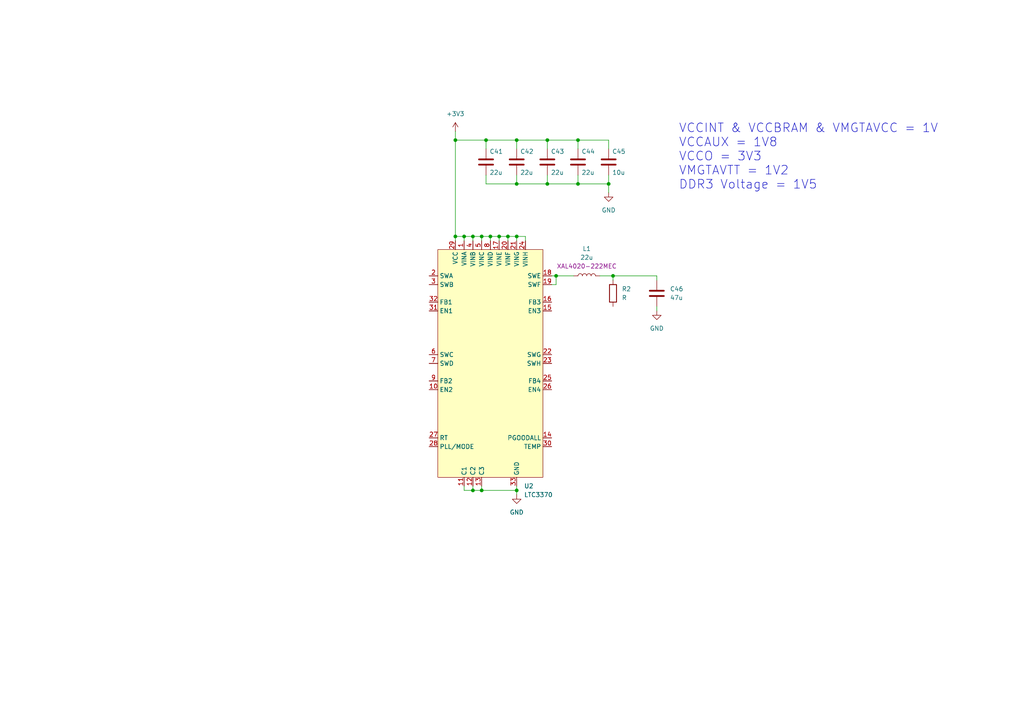
<source format=kicad_sch>
(kicad_sch (version 20250114) (generator "eeschema") (generator_version "9.0")
  (paper "A4")
  (lib_symbols
    (symbol "Device:C" (pin_numbers (hide yes)) (pin_names (offset 0.254))
      (property "Reference" "C" (at 0.635 2.54 0))
      (property "Value" "C" (at 0.635 -2.54 0))
      (symbol "C_0_1"
        (polyline (pts (xy -2.032 0.762) (xy 2.032 0.762)) (stroke (width 0.508)))
        (polyline (pts (xy -2.032 -0.762) (xy 2.032 -0.762)) (stroke (width 0.508)))
      )
      (symbol "C_1_1"
        (pin passive line (at 0 3.81 270) (length 2.794) (name "~") (number "1"))
        (pin passive line (at 0 -3.81 90) (length 2.794) (name "~") (number "2"))
      )
    )
    (symbol "Device:L" (pin_numbers (hide yes)) (pin_names (offset 1.016) (hide yes))
      (property "Reference" "L" (at -1.27 0 90))
      (property "Value" "L" (at 1.905 0 90))
      (symbol "L_0_1"
        (arc (start 0 2.54) (mid 0.6323 1.905) (end 0 1.27))
        (arc (start 0 1.27) (mid 0.6323 0.635) (end 0 0))
        (arc (start 0 0) (mid 0.6323 -0.635) (end 0 -1.27))
        (arc (start 0 -1.27) (mid 0.6323 -1.905) (end 0 -2.54))
      )
      (symbol "L_1_1"
        (pin passive line (at 0 3.81 270) (length 1.27) (name "1") (number "1"))
        (pin passive line (at 0 -3.81 90) (length 1.27) (name "2") (number "2"))
      )
    )
    (symbol "Device:R" (pin_numbers (hide yes)) (pin_names (offset 0))
      (property "Reference" "R" (at 2.032 0 90))
      (property "Value" "R" (at 0 0 90))
      (symbol "R_0_1"
        (rectangle (start -1.016 -2.54) (end 1.016 2.54) (stroke (width 0.254)))
      )
      (symbol "R_1_1"
        (pin passive line (at 0 3.81 270) (length 1.27) (name "~") (number "1"))
        (pin passive line (at 0 -3.81 90) (length 1.27) (name "~") (number "2"))
      )
    )
    (symbol "FPGA Accelerator:LTC3370"
      (property "Reference" "U" (at 0 48.26 0))
      (property "Value" "LTC3370" (at 0.254 45.466 0))
      (symbol "LTC3370_0_1"
        (rectangle (start -15.24 20.32) (end 15.24 -45.72) (fill (type background)))
        (pin unspecified line (at -17.78 12.7 0) (length 2.54) (name "SWA") (number "2"))
        (pin unspecified line (at -17.78 10.16 0) (length 2.54) (name "SWB") (number "3"))
        (pin unspecified line (at -17.78 5.08 0) (length 2.54) (name "FB1") (number "32"))
        (pin unspecified line (at -17.78 2.54 0) (length 2.54) (name "EN1") (number "31"))
        (pin unspecified line (at -17.78 -10.16 0) (length 2.54) (name "SWC") (number "6"))
        (pin unspecified line (at -17.78 -12.7 0) (length 2.54) (name "SWD") (number "7"))
        (pin unspecified line (at -17.78 -17.78 0) (length 2.54) (name "FB2") (number "9"))
        (pin unspecified line (at -17.78 -20.32 0) (length 2.54) (name "EN2") (number "10"))
        (pin unspecified line (at -17.78 -34.29 0) (length 2.54) (name "RT") (number "27"))
        (pin unspecified line (at -17.78 -36.83 0) (length 2.54) (name "PLL/MODE") (number "28"))
        (pin unspecified line (at -10.16 22.86 270) (length 2.54) (name "VCC") (number "29"))
        (pin unspecified line (at -7.62 -48.26 90) (length 2.54) (name "C1") (number "11"))
        (pin unspecified line (at -5.08 22.86 270) (length 2.54) (name "VINB") (number "4"))
        (pin unspecified line (at -5.08 -48.26 90) (length 2.54) (name "C2") (number "12"))
        (pin unspecified line (at -2.54 22.86 270) (length 2.54) (name "VINC") (number "5"))
        (pin unspecified line (at -2.54 -48.26 90) (length 2.54) (name "C3") (number "13"))
        (pin unspecified line (at 0 22.86 270) (length 2.54) (name "VIND") (number "8"))
        (pin unspecified line (at 2.54 22.86 270) (length 2.54) (name "VINE") (number "17"))
        (pin unspecified line (at 5.08 22.86 270) (length 2.54) (name "VINF") (number "20"))
        (pin unspecified line (at 7.62 22.86 270) (length 2.54) (name "VING") (number "21"))
        (pin unspecified line (at 10.16 22.86 270) (length 2.54) (name "VINH") (number "24"))
        (pin unspecified line (at 17.78 12.7 180) (length 2.54) (name "SWE") (number "18"))
        (pin unspecified line (at 17.78 10.16 180) (length 2.54) (name "SWF") (number "19"))
        (pin unspecified line (at 17.78 5.08 180) (length 2.54) (name "FB3") (number "16"))
        (pin unspecified line (at 17.78 2.54 180) (length 2.54) (name "EN3") (number "15"))
        (pin unspecified line (at 17.78 -10.16 180) (length 2.54) (name "SWG") (number "22"))
        (pin unspecified line (at 17.78 -12.7 180) (length 2.54) (name "SWH") (number "23"))
        (pin unspecified line (at 17.78 -17.78 180) (length 2.54) (name "FB4") (number "25"))
        (pin unspecified line (at 17.78 -20.32 180) (length 2.54) (name "EN4") (number "26"))
        (pin unspecified line (at 17.78 -34.29 180) (length 2.54) (name "PGOODALL") (number "14"))
        (pin unspecified line (at 17.78 -36.83 180) (length 2.54) (name "TEMP") (number "30"))
      )
      (symbol "LTC3370_1_1"
        (pin unspecified line (at -7.62 22.86 270) (length 2.54) (name "VINA") (number "1"))
        (pin unspecified line (at 7.62 -48.26 90) (length 2.54) (name "GND") (number "33"))
      )
    )
    (symbol "power:+3V3" (power) (pin_numbers (hide yes)) (pin_names (offset 0) (hide yes))
      (property "Value" "+3V3" (at 0 3.556 0))
      (symbol "+3V3_0_1"
        (polyline (pts (xy -0.762 1.27) (xy 0 2.54)))
        (polyline (pts (xy 0 2.54) (xy 0.762 1.27)))
        (polyline (pts (xy 0 0) (xy 0 2.54)))
      )
      (symbol "+3V3_1_1"
        (pin power_in line (at 0 0 90) (length 0) (name "~") (number "1"))
      )
    )
    (symbol "power:GND" (power) (pin_numbers (hide yes)) (pin_names (offset 0) (hide yes))
      (property "Value" "GND" (at 0 -3.81 0))
      (symbol "GND_0_1"
        (polyline (pts (xy 0 0) (xy 0 -1.27) (xy 1.27 -1.27) (xy 0 -2.54) (xy -1.27 -1.27) (xy 0 -1.27)))
      )
      (symbol "GND_1_1"
        (pin power_in line (at 0 0 270) (length 0) (name "~") (number "1"))
      )
    )
  )
  (text "VCCINT & VCCBRAM & VMGTAVCC = 1V\nVCCAUX = 1V8\nVCCO = 3V3\nVMGTAVTT = 1V2\nDDR3 Voltage = 1V5" (at 196.85 45.466 0) (effects (font (size 2.54 2.54)) (justify left)))
  (junction (at 176.53 53.34))
  (junction (at 137.16 142.24))
  (junction (at 158.75 53.34))
  (junction (at 149.86 53.34))
  (junction (at 161.29 80.01))
  (junction (at 147.32 68.58))
  (junction (at 167.64 53.34))
  (junction (at 149.86 142.24))
  (junction (at 140.97 40.64))
  (junction (at 158.75 40.64))
  (junction (at 167.64 40.64))
  (junction (at 132.08 40.64))
  (junction (at 139.7 142.24))
  (junction (at 134.62 68.58))
  (junction (at 177.8 80.01))
  (junction (at 144.78 68.58))
  (junction (at 139.7 68.58))
  (junction (at 137.16 68.58))
  (junction (at 149.86 40.64))
  (junction (at 149.86 68.58))
  (junction (at 142.24 68.58))
  (junction (at 132.08 68.58))
  (wire (pts (xy 149.86 68.58) (xy 152.4 68.58)))
  (wire (pts (xy 132.08 68.58) (xy 132.08 69.85)))
  (wire (pts (xy 139.7 140.97) (xy 139.7 142.24)))
  (wire (pts (xy 144.78 68.58) (xy 142.24 68.58)))
  (wire (pts (xy 149.86 140.97) (xy 149.86 142.24)))
  (wire (pts (xy 132.08 38.1) (xy 132.08 40.64)))
  (wire (pts (xy 132.08 40.64) (xy 132.08 68.58)))
  (wire (pts (xy 158.75 53.34) (xy 158.75 50.8)))
  (wire (pts (xy 149.86 53.34) (xy 149.86 50.8)))
  (wire (pts (xy 149.86 40.64) (xy 149.86 43.18)))
  (wire (pts (xy 149.86 143.51) (xy 149.86 142.24)))
  (wire (pts (xy 144.78 68.58) (xy 147.32 68.58)))
  (wire (pts (xy 161.29 80.01) (xy 161.29 82.55)))
  (wire (pts (xy 134.62 68.58) (xy 134.62 69.85)))
  (wire (pts (xy 139.7 68.58) (xy 139.7 69.85)))
  (wire (pts (xy 147.32 68.58) (xy 147.32 69.85)))
  (wire (pts (xy 137.16 68.58) (xy 137.16 69.85)))
  (wire (pts (xy 149.86 53.34) (xy 140.97 53.34)))
  (wire (pts (xy 177.8 81.28) (xy 177.8 80.01)))
  (wire (pts (xy 147.32 68.58) (xy 149.86 68.58)))
  (wire (pts (xy 190.5 90.17) (xy 190.5 88.9)))
  (wire (pts (xy 132.08 40.64) (xy 140.97 40.64)))
  (wire (pts (xy 140.97 40.64) (xy 149.86 40.64)))
  (wire (pts (xy 140.97 43.18) (xy 140.97 40.64)))
  (wire (pts (xy 167.64 53.34) (xy 158.75 53.34)))
  (wire (pts (xy 177.8 80.01) (xy 173.99 80.01)))
  (wire (pts (xy 176.53 53.34) (xy 167.64 53.34)))
  (wire (pts (xy 149.86 40.64) (xy 158.75 40.64)))
  (wire (pts (xy 134.62 140.97) (xy 134.62 142.24)))
  (wire (pts (xy 166.37 80.01) (xy 161.29 80.01)))
  (wire (pts (xy 167.64 40.64) (xy 176.53 40.64)))
  (wire (pts (xy 137.16 140.97) (xy 137.16 142.24)))
  (wire (pts (xy 158.75 40.64) (xy 167.64 40.64)))
  (wire (pts (xy 149.86 53.34) (xy 158.75 53.34)))
  (wire (pts (xy 167.64 53.34) (xy 167.64 50.8)))
  (wire (pts (xy 132.08 68.58) (xy 134.62 68.58)))
  (wire (pts (xy 190.5 80.01) (xy 177.8 80.01)))
  (wire (pts (xy 142.24 68.58) (xy 139.7 68.58)))
  (wire (pts (xy 190.5 80.01) (xy 190.5 81.28)))
  (wire (pts (xy 152.4 68.58) (xy 152.4 69.85)))
  (wire (pts (xy 139.7 68.58) (xy 137.16 68.58)))
  (wire (pts (xy 134.62 142.24) (xy 137.16 142.24)))
  (wire (pts (xy 149.86 68.58) (xy 149.86 69.85)))
  (wire (pts (xy 160.02 82.55) (xy 161.29 82.55)))
  (wire (pts (xy 134.62 68.58) (xy 137.16 68.58)))
  (wire (pts (xy 137.16 142.24) (xy 139.7 142.24)))
  (wire (pts (xy 139.7 142.24) (xy 149.86 142.24)))
  (wire (pts (xy 167.64 40.64) (xy 167.64 43.18)))
  (wire (pts (xy 142.24 68.58) (xy 142.24 69.85)))
  (wire (pts (xy 176.53 55.88) (xy 176.53 53.34)))
  (wire (pts (xy 144.78 68.58) (xy 144.78 69.85)))
  (wire (pts (xy 176.53 53.34) (xy 176.53 50.8)))
  (wire (pts (xy 140.97 53.34) (xy 140.97 50.8)))
  (wire (pts (xy 161.29 80.01) (xy 160.02 80.01)))
  (wire (pts (xy 158.75 40.64) (xy 158.75 43.18)))
  (wire (pts (xy 176.53 40.64) (xy 176.53 43.18)))
  (symbol (lib_id "Device:L") (at 170.18 80.01 90) (unit 1)
    (property "Reference" "L1" (at 170.18 72.136 90))
    (property "Value" "22u" (at 170.18 74.676 90))
    (property "Description" "Inductor" (effects (hide yes)))
    (property "MPN" "XAL4020-222MEC" (at 170.18 77.216 90))
    (property "LCSC" "C3151182" (effects (hide yes)))
  )
  (symbol (lib_id "power:GND") (at 176.53 55.88 0) (unit 1)
    (property "Reference" "#PWR018" (effects (hide yes)))
    (property "Value" "GND" (at 176.53 60.96 0))
    (property "Description" "Power symbol creates a global label with name \"GND\" , ground" (effects (hide yes)))
  )
  (symbol (lib_id "Device:C") (at 140.97 46.99 0) (unit 1)
    (property "Reference" "C41" (at 141.986 43.942 0) (effects (justify left)))
    (property "Value" "22u" (at 141.986 50.038 0) (effects (justify left)))
    (property "Description" "Unpolarized capacitor" (effects (hide yes)))
  )
  (symbol (lib_id "power:+3V3") (at 132.08 38.1 0) (unit 1)
    (property "Reference" "#PWR04" (effects (hide yes)))
    (property "Value" "+3V3" (at 132.08 33.02 0))
    (property "Description" "Power symbol creates a global label with name \"+3V3\"" (effects (hide yes)))
  )
  (symbol (lib_id "Device:R") (at 177.8 85.09 0) (unit 1)
    (property "Reference" "R2" (at 180.34 83.8199 0) (effects (justify left)))
    (property "Value" "R" (at 180.34 86.3599 0) (effects (justify left)))
    (property "Description" "Resistor" (effects (hide yes)))
  )
  (symbol (lib_id "Device:C") (at 190.5 85.09 0) (unit 1)
    (property "Reference" "C46" (at 194.31 83.8199 0) (effects (justify left)))
    (property "Value" "47u" (at 194.31 86.3599 0) (effects (justify left)))
    (property "Description" "Unpolarized capacitor" (effects (hide yes)))
  )
  (symbol (lib_id "Device:C") (at 176.53 46.99 0) (unit 1)
    (property "Reference" "C45" (at 177.546 43.942 0) (effects (justify left)))
    (property "Value" "10u" (at 177.546 50.038 0) (effects (justify left)))
    (property "Description" "Unpolarized capacitor" (effects (hide yes)))
  )
  (symbol (lib_id "Device:C") (at 158.75 46.99 0) (unit 1)
    (property "Reference" "C43" (at 159.766 43.942 0) (effects (justify left)))
    (property "Value" "22u" (at 159.766 50.038 0) (effects (justify left)))
    (property "Description" "Unpolarized capacitor" (effects (hide yes)))
  )
  (symbol (lib_id "power:GND") (at 149.86 143.51 0) (unit 1)
    (property "Reference" "#PWR020" (effects (hide yes)))
    (property "Value" "GND" (at 149.86 148.59 0))
    (property "Description" "Power symbol creates a global label with name \"GND\" , ground" (effects (hide yes)))
  )
  (symbol (lib_id "Device:C") (at 167.64 46.99 0) (unit 1)
    (property "Reference" "C44" (at 168.656 43.942 0) (effects (justify left)))
    (property "Value" "22u" (at 168.656 50.038 0) (effects (justify left)))
    (property "Description" "Unpolarized capacitor" (effects (hide yes)))
  )
  (symbol (lib_id "Device:C") (at 149.86 46.99 0) (unit 1)
    (property "Reference" "C42" (at 150.876 43.942 0) (effects (justify left)))
    (property "Value" "22u" (at 150.876 50.038 0) (effects (justify left)))
    (property "Description" "Unpolarized capacitor" (effects (hide yes)))
  )
  (symbol (lib_id "power:GND") (at 190.5 90.17 0) (unit 1)
    (property "Reference" "#PWR019" (effects (hide yes)))
    (property "Value" "GND" (at 190.5 95.25 0))
    (property "Description" "Power symbol creates a global label with name \"GND\" , ground" (effects (hide yes)))
  )
  (symbol (lib_id "FPGA Accelerator:LTC3370") (at 142.24 92.71 0) (unit 1)
    (property "Reference" "U2" (at 152.0033 140.97 0) (effects (justify left)))
    (property "Value" "LTC3370" (at 152.0033 143.51 0) (effects (justify left)))
    (property "Footprint" "Package_DFN_QFN:QFN-32-1EP_5x5mm_P0.5mm_EP3.45x3.45mm_ThermalVias" (effects (hide yes)))
    (property "Datasheet" "https://lcsc.com/product-detail/Pre-ordered-Products_Analog-Devices_LTC3370EUH-TRPBF_Analog-Devices-ADI-LINEAR-LTC3370EUH-TRPBF_C684500.html" (effects (hide yes)))
    (property "LCSC Part" "C684500" (effects (hide yes)))
  )
)
</source>
